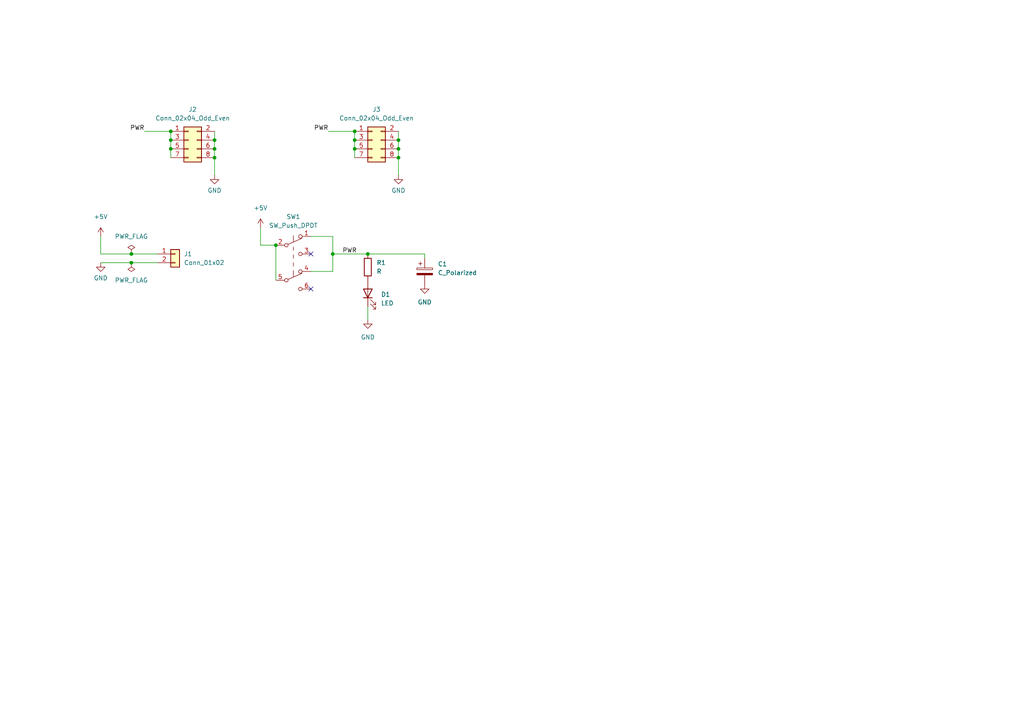
<source format=kicad_sch>
(kicad_sch (version 20211123) (generator eeschema)
  (paper "A4")
  (title_block (title "power-breadboard-adaptor") (date "2022-10-08") (rev "v1.0.0"))
  (lib_symbols
    (symbol "Connector_Generic:Conn_01x02" (pin_names (offset 1.016) hide)
      (property "Reference" "J" (at 0 2.54 0))
      (property "Value" "Conn_01x02" (at 0 -5.08 0))
      (symbol "Conn_01x02_1_1"
        (rectangle (start -1.27 -2.413) (end 0 -2.667) (stroke (width 0.1524)))
        (rectangle (start -1.27 0.127) (end 0 -0.127) (stroke (width 0.1524)))
        (rectangle (start -1.27 1.27) (end 1.27 -3.81) (stroke (width 0.254)) (fill (type background)))
        (pin passive line (at -5.08 0 0) (length 3.81) (name "Pin_1") (number "1"))
        (pin passive line (at -5.08 -2.54 0) (length 3.81) (name "Pin_2") (number "2"))
      )
    )
    (symbol "Connector_Generic:Conn_02x04_Odd_Even" (pin_names (offset 1.016) hide)
      (property "Reference" "J" (at 1.27 5.08 0))
      (property "Value" "Conn_02x04_Odd_Even" (at 1.27 -7.62 0))
      (symbol "Conn_02x04_Odd_Even_1_1"
        (rectangle (start -1.27 -4.953) (end 0 -5.207) (stroke (width 0.1524)))
        (rectangle (start -1.27 -2.413) (end 0 -2.667) (stroke (width 0.1524)))
        (rectangle (start -1.27 0.127) (end 0 -0.127) (stroke (width 0.1524)))
        (rectangle (start -1.27 2.667) (end 0 2.413) (stroke (width 0.1524)))
        (rectangle (start -1.27 3.81) (end 3.81 -6.35) (stroke (width 0.254)) (fill (type background)))
        (rectangle (start 3.81 -4.953) (end 2.54 -5.207) (stroke (width 0.1524)))
        (rectangle (start 3.81 -2.413) (end 2.54 -2.667) (stroke (width 0.1524)))
        (rectangle (start 3.81 0.127) (end 2.54 -0.127) (stroke (width 0.1524)))
        (rectangle (start 3.81 2.667) (end 2.54 2.413) (stroke (width 0.1524)))
        (pin passive line (at -5.08 2.54 0) (length 3.81) (name "Pin_1") (number "1"))
        (pin passive line (at 7.62 2.54 180) (length 3.81) (name "Pin_2") (number "2"))
        (pin passive line (at -5.08 0 0) (length 3.81) (name "Pin_3") (number "3"))
        (pin passive line (at 7.62 0 180) (length 3.81) (name "Pin_4") (number "4"))
        (pin passive line (at -5.08 -2.54 0) (length 3.81) (name "Pin_5") (number "5"))
        (pin passive line (at 7.62 -2.54 180) (length 3.81) (name "Pin_6") (number "6"))
        (pin passive line (at -5.08 -5.08 0) (length 3.81) (name "Pin_7") (number "7"))
        (pin passive line (at 7.62 -5.08 180) (length 3.81) (name "Pin_8") (number "8"))
      )
    )
    (symbol "Device:C_Polarized" (pin_numbers hide) (pin_names (offset 0.254))
      (property "Reference" "C" (at 0.635 2.54 0))
      (property "Value" "C_Polarized" (at 0.635 -2.54 0))
      (symbol "C_Polarized_0_1"
        (rectangle (start -2.286 0.508) (end 2.286 1.016))
        (polyline (pts (xy -1.778 2.286) (xy -0.762 2.286)))
        (polyline (pts (xy -1.27 2.794) (xy -1.27 1.778)))
        (rectangle (start 2.286 -0.508) (end -2.286 -1.016) (fill (type outline)))
      )
      (symbol "C_Polarized_1_1"
        (pin passive line (at 0 3.81 270) (length 2.794) (name "~") (number "1"))
        (pin passive line (at 0 -3.81 90) (length 2.794) (name "~") (number "2"))
      )
    )
    (symbol "Device:LED" (pin_numbers hide) (pin_names (offset 1.016) hide)
      (property "Reference" "D" (at 0 2.54 0))
      (property "Value" "LED" (at 0 -2.54 0))
      (symbol "LED_0_1"
        (polyline (pts (xy -1.27 -1.27) (xy -1.27 1.27)) (stroke (width 0.254)))
        (polyline (pts (xy -1.27 0) (xy 1.27 0)))
        (polyline (pts (xy 1.27 -1.27) (xy 1.27 1.27) (xy -1.27 0) (xy 1.27 -1.27)) (stroke (width 0.254)))
        (polyline (pts (xy -3.048 -0.762) (xy -4.572 -2.286) (xy -3.81 -2.286) (xy -4.572 -2.286) (xy -4.572 -1.524)))
        (polyline (pts (xy -1.778 -0.762) (xy -3.302 -2.286) (xy -2.54 -2.286) (xy -3.302 -2.286) (xy -3.302 -1.524)))
      )
      (symbol "LED_1_1"
        (pin passive line (at -3.81 0 0) (length 2.54) (name "K") (number "1"))
        (pin passive line (at 3.81 0 180) (length 2.54) (name "A") (number "2"))
      )
    )
    (symbol "Device:R" (pin_numbers hide) (pin_names (offset 0))
      (property "Reference" "R" (at 2.032 0 90))
      (property "Value" "R" (at 0 0 90))
      (symbol "R_0_1"
        (rectangle (start -1.016 -2.54) (end 1.016 2.54) (stroke (width 0.254)))
      )
      (symbol "R_1_1"
        (pin passive line (at 0 3.81 270) (length 1.27) (name "~") (number "1"))
        (pin passive line (at 0 -3.81 90) (length 1.27) (name "~") (number "2"))
      )
    )
    (symbol "Switch:SW_Push_DPDT" (pin_names (offset 0) hide)
      (property "Reference" "SW" (at 0 8.89 0))
      (property "Value" "SW_Push_DPDT" (at 0 -10.16 0))
      (symbol "SW_Push_DPDT_0_0"
        (circle (center -2.032 -5.08) (radius 0.508))
        (circle (center -2.032 5.08) (radius 0.508))
        (circle (center 2.032 -7.62) (radius 0.508))
        (circle (center 2.032 2.54) (radius 0.508))
      )
      (symbol "SW_Push_DPDT_0_1"
        (polyline (pts (xy -1.524 -4.826) (xy 2.54 -3.048)))
        (polyline (pts (xy -1.524 5.334) (xy 2.54 7.112)))
        (polyline (pts (xy 0 -2.286) (xy 0 -4.064)))
        (polyline (pts (xy 0 -1.016) (xy 0 0)))
        (polyline (pts (xy 0 1.27) (xy 0 2.286)))
        (polyline (pts (xy 0 3.556) (xy 0 4.572)))
        (polyline (pts (xy 0 7.874) (xy 0 6.096)))
        (circle (center 2.032 -2.54) (radius 0.508))
        (circle (center 2.032 7.62) (radius 0.508))
      )
      (symbol "SW_Push_DPDT_1_1"
        (pin passive line (at 5.08 7.62 180) (length 2.54) (name "A") (number "1"))
        (pin passive line (at -5.08 5.08 0) (length 2.54) (name "B") (number "2"))
        (pin passive line (at 5.08 2.54 180) (length 2.54) (name "C") (number "3"))
        (pin passive line (at 5.08 -2.54 180) (length 2.54) (name "A") (number "4"))
        (pin passive line (at -5.08 -5.08 0) (length 2.54) (name "B") (number "5"))
        (pin passive line (at 5.08 -7.62 180) (length 2.54) (name "C") (number "6"))
      )
    )
    (symbol "power:+5V" (power) (pin_names (offset 0))
      (property "Value" "+5V" (at 0 3.556 0))
      (symbol "+5V_0_1"
        (polyline (pts (xy -0.762 1.27) (xy 0 2.54)))
        (polyline (pts (xy 0 0) (xy 0 2.54)))
        (polyline (pts (xy 0 2.54) (xy 0.762 1.27)))
      )
      (symbol "+5V_1_1"
        (pin power_in line (at 0 0 90) (length 0) hide (name "+5V") (number "1"))
      )
    )
    (symbol "power:GND" (power) (pin_names (offset 0))
      (property "Value" "GND" (at 0 -3.81 0))
      (symbol "GND_0_1"
        (polyline (pts (xy 0 0) (xy 0 -1.27) (xy 1.27 -1.27) (xy 0 -2.54) (xy -1.27 -1.27) (xy 0 -1.27)))
      )
      (symbol "GND_1_1"
        (pin power_in line (at 0 0 270) (length 0) hide (name "GND") (number "1"))
      )
    )
    (symbol "power:PWR_FLAG" (power) (pin_numbers hide) (pin_names (offset 0) hide)
      (property "Value" "PWR_FLAG" (at 0 3.81 0))
      (symbol "PWR_FLAG_0_0"
        (pin power_out line (at 0 0 90) (length 0) (name "pwr") (number "1"))
      )
      (symbol "PWR_FLAG_0_1"
        (polyline (pts (xy 0 0) (xy 0 1.27) (xy -1.016 1.905) (xy 0 2.54) (xy 1.016 1.905) (xy 0 1.27)))
      )
    )
  )
  (junction (at 115.57 43.18))
  (junction (at 62.23 45.72))
  (junction (at 80.01 71.12))
  (junction (at 49.53 40.64))
  (junction (at 96.52 73.66))
  (junction (at 102.87 38.1))
  (junction (at 62.23 43.18))
  (junction (at 102.87 40.64))
  (junction (at 49.53 38.1))
  (junction (at 38.1 73.66))
  (junction (at 106.68 73.66))
  (junction (at 115.57 40.64))
  (junction (at 38.1 76.2))
  (junction (at 102.87 43.18))
  (junction (at 49.53 43.18))
  (junction (at 115.57 45.72))
  (junction (at 62.23 40.64))
  (no_connect (at 90.17 73.66))
  (no_connect (at 90.17 83.82))
  (wire (pts (xy 75.565 71.12) (xy 75.565 66.04)))
  (wire (pts (xy 115.57 45.72) (xy 115.57 50.8)))
  (wire (pts (xy 80.01 71.12) (xy 80.01 81.28)))
  (wire (pts (xy 96.52 78.74) (xy 90.17 78.74)))
  (wire (pts (xy 95.25 38.1) (xy 102.87 38.1)))
  (wire (pts (xy 75.565 71.12) (xy 80.01 71.12)))
  (wire (pts (xy 62.23 45.72) (xy 62.23 50.8)))
  (wire (pts (xy 102.87 38.1) (xy 102.87 40.64)))
  (wire (pts (xy 29.21 76.2) (xy 38.1 76.2)))
  (wire (pts (xy 96.52 73.66) (xy 96.52 78.74)))
  (wire (pts (xy 96.52 68.58) (xy 96.52 73.66)))
  (wire (pts (xy 29.21 73.66) (xy 38.1 73.66)))
  (wire (pts (xy 102.87 43.18) (xy 102.87 45.72)))
  (wire (pts (xy 38.1 76.2) (xy 45.72 76.2)))
  (wire (pts (xy 41.91 38.1) (xy 49.53 38.1)))
  (wire (pts (xy 102.87 40.64) (xy 102.87 43.18)))
  (wire (pts (xy 106.68 88.9) (xy 106.68 92.71)))
  (wire (pts (xy 115.57 38.1) (xy 115.57 40.64)))
  (wire (pts (xy 62.23 40.64) (xy 62.23 43.18)))
  (wire (pts (xy 49.53 38.1) (xy 49.53 40.64)))
  (wire (pts (xy 49.53 43.18) (xy 49.53 45.72)))
  (wire (pts (xy 49.53 40.64) (xy 49.53 43.18)))
  (wire (pts (xy 62.23 43.18) (xy 62.23 45.72)))
  (wire (pts (xy 106.68 73.66) (xy 123.19 73.66)))
  (wire (pts (xy 62.23 38.1) (xy 62.23 40.64)))
  (wire (pts (xy 29.21 73.66) (xy 29.21 68.58)))
  (wire (pts (xy 38.1 73.66) (xy 45.72 73.66)))
  (wire (pts (xy 115.57 40.64) (xy 115.57 43.18)))
  (wire (pts (xy 96.52 73.66) (xy 106.68 73.66)))
  (wire (pts (xy 115.57 43.18) (xy 115.57 45.72)))
  (wire (pts (xy 123.19 73.66) (xy 123.19 74.93)))
  (wire (pts (xy 90.17 68.58) (xy 96.52 68.58)))
  (label "PWR" (at 41.91 38.1 180))
  (label "PWR" (at 99.314 73.66 0))
  (label "PWR" (at 95.25 38.1 180))
  (symbol (lib_id "Connector_Generic:Conn_01x02") (at 50.8 73.66 0) (unit 1)
    (property "Reference" "J1" (at 53.34 73.6599 0) (effects (justify left)))
    (property "Value" "Conn_01x02" (at 53.34 76.1999 0) (effects (justify left)))
    (property "Footprint" "TerminalBlock:TerminalBlock_Altech_AK300-2_P5.00mm" (effects hide))
  )
  (symbol (lib_id "power:+5V") (at 29.21 68.58 0) (unit 1)
    (property "Reference" "#PWR01" (effects hide))
    (property "Value" "+5V" (at 29.21 62.865 0))
  )
  (symbol (lib_id "power:GND") (at 123.19 82.55 0) (unit 1)
    (property "Reference" "#PWR0102" (effects hide))
    (property "Value" "GND" (at 123.19 87.63 0))
  )
  (symbol (lib_id "power:PWR_FLAG") (at 38.1 73.66 0) (unit 1)
    (property "Reference" "#FLG01" (effects hide))
    (property "Value" "PWR_FLAG" (at 38.1 68.58 0))
  )
  (symbol (lib_id "Device:C_Polarized") (at 123.19 78.74 0) (unit 1)
    (property "Reference" "C1" (at 127 76.5809 0) (effects (justify left)))
    (property "Value" "C_Polarized" (at 127 79.1209 0) (effects (justify left)))
    (property "Footprint" "Capacitor_THT:CP_Radial_D5.0mm_P2.00mm" (effects hide))
  )
  (symbol (lib_id "Connector_Generic:Conn_02x04_Odd_Even") (at 54.61 40.64 0) (unit 1)
    (property "Reference" "J2" (at 55.88 31.75 0))
    (property "Value" "Conn_02x04_Odd_Even" (at 55.88 34.29 0))
    (property "Footprint" "Connector_PinHeader_2.54mm:PinHeader_2x04_P2.54mm_Vertical" (effects hide))
  )
  (symbol (lib_id "power:GND") (at 29.21 76.2 0) (unit 1)
    (property "Reference" "#PWR02" (effects hide))
    (property "Value" "GND" (at 29.21 80.645 0))
  )
  (symbol (lib_id "Switch:SW_Push_DPDT") (at 85.09 76.2 0) (unit 1)
    (property "Reference" "SW1" (at 85.09 62.865 0))
    (property "Value" "SW_Push_DPDT" (at 85.09 65.405 0))
    (property "Footprint" "Button_Switch_THT:SW_E-Switch_EG1271_DPDT" (effects hide))
  )
  (symbol (lib_id "power:GND") (at 106.68 92.71 0) (unit 1)
    (property "Reference" "#PWR05" (effects hide))
    (property "Value" "GND" (at 106.68 97.79 0))
  )
  (symbol (lib_id "power:+5V") (at 75.565 66.04 0) (unit 1)
    (property "Reference" "#PWR04" (effects hide))
    (property "Value" "+5V" (at 75.565 60.325 0))
  )
  (symbol (lib_id "Connector_Generic:Conn_02x04_Odd_Even") (at 107.95 40.64 0) (unit 1)
    (property "Reference" "J3" (at 109.22 31.75 0))
    (property "Value" "Conn_02x04_Odd_Even" (at 109.22 34.29 0))
    (property "Footprint" "Connector_PinHeader_2.54mm:PinHeader_2x04_P2.54mm_Vertical" (effects hide))
  )
  (symbol (lib_id "power:PWR_FLAG") (at 38.1 76.2 180) (unit 1)
    (property "Reference" "#FLG02" (effects hide))
    (property "Value" "PWR_FLAG" (at 38.1 81.28 0))
  )
  (symbol (lib_id "power:GND") (at 62.23 50.8 0) (unit 1)
    (property "Reference" "#PWR0101" (effects hide))
    (property "Value" "GND" (at 62.23 55.245 0))
  )
  (symbol (lib_id "Device:LED") (at 106.68 85.09 90) (unit 1)
    (property "Reference" "D1" (at 110.49 85.4074 90) (effects (justify right)))
    (property "Value" "LED" (at 110.49 87.9474 90) (effects (justify right)))
    (property "Footprint" "LED_THT:LED_D5.0mm" (effects hide))
  )
  (symbol (lib_id "power:GND") (at 115.57 50.8 0) (unit 1)
    (property "Reference" "#PWR03" (effects hide))
    (property "Value" "GND" (at 115.57 55.245 0))
  )
  (symbol (lib_id "Device:R") (at 106.68 77.47 0) (unit 1)
    (property "Reference" "R1" (at 109.22 76.1999 0) (effects (justify left)))
    (property "Value" "R" (at 109.22 78.7399 0) (effects (justify left)))
    (property "Footprint" "Resistor_THT:R_Axial_DIN0204_L3.6mm_D1.6mm_P5.08mm_Horizontal" (effects hide))
  )
)
</source>
